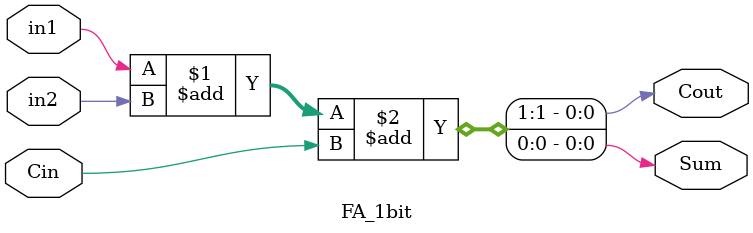
<source format=v>
module FA_1bit(Sum, Cout, in1, in2, Cin);
input in1, in2, Cin;
output Sum, Cout;

assign {Cout, Sum} = in1 + in2 + Cin;
//                     1    1   1 => 3 => 2'b11 => Carry = 1 , Sum = 1 

endmodule
</source>
